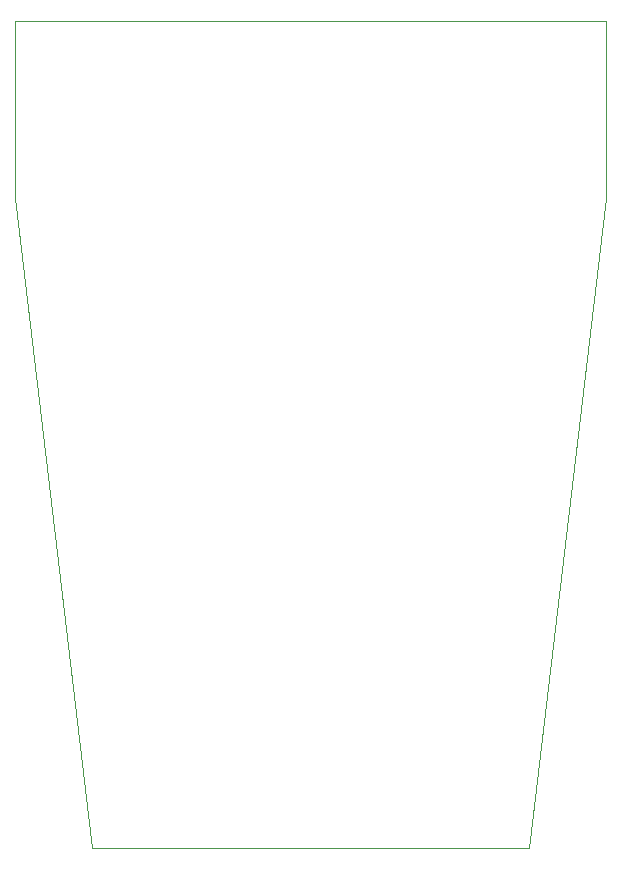
<source format=gbr>
%TF.GenerationSoftware,KiCad,Pcbnew,(6.0.1)*%
%TF.CreationDate,2022-03-26T14:46:19+01:00*%
%TF.ProjectId,fanali_coda_treno,66616e61-6c69-45f6-936f-64615f747265,rev?*%
%TF.SameCoordinates,Original*%
%TF.FileFunction,Profile,NP*%
%FSLAX46Y46*%
G04 Gerber Fmt 4.6, Leading zero omitted, Abs format (unit mm)*
G04 Created by KiCad (PCBNEW (6.0.1)) date 2022-03-26 14:46:19*
%MOMM*%
%LPD*%
G01*
G04 APERTURE LIST*
%TA.AperFunction,Profile*%
%ADD10C,0.100000*%
%TD*%
G04 APERTURE END LIST*
D10*
X0Y0D02*
X50000000Y0D01*
X43500000Y-70000000D02*
X50000000Y-15000000D01*
X50000000Y-15000000D02*
X50000000Y0D01*
X0Y0D02*
X0Y-15000000D01*
X25000000Y-70000000D02*
X6500000Y-70000000D01*
X6500000Y-70000000D02*
X0Y-15000000D01*
X25000000Y-70000000D02*
X43500000Y-70000000D01*
M02*

</source>
